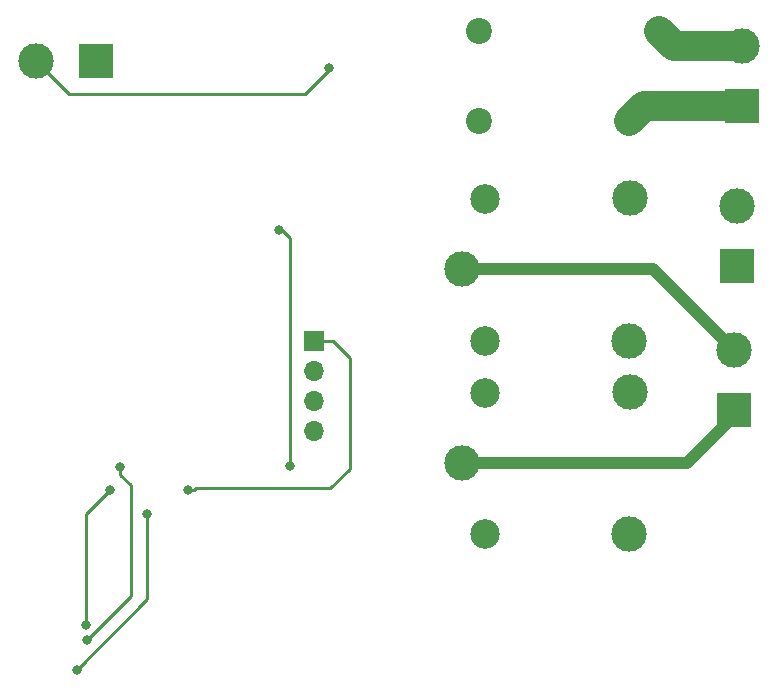
<source format=gbr>
G04 #@! TF.GenerationSoftware,KiCad,Pcbnew,5.0.1-33cea8e~68~ubuntu18.04.1*
G04 #@! TF.CreationDate,2018-11-29T09:05:56+01:00*
G04 #@! TF.ProjectId,Velux,56656C75782E6B696361645F70636200,rev?*
G04 #@! TF.SameCoordinates,Original*
G04 #@! TF.FileFunction,Copper,L2,Bot,Signal*
G04 #@! TF.FilePolarity,Positive*
%FSLAX46Y46*%
G04 Gerber Fmt 4.6, Leading zero omitted, Abs format (unit mm)*
G04 Created by KiCad (PCBNEW 5.0.1-33cea8e~68~ubuntu18.04.1) date jeu. 29 nov. 2018 09:05:56 CET*
%MOMM*%
%LPD*%
G01*
G04 APERTURE LIST*
G04 #@! TA.AperFunction,ComponentPad*
%ADD10R,3.000000X3.000000*%
G04 #@! TD*
G04 #@! TA.AperFunction,ComponentPad*
%ADD11C,3.000000*%
G04 #@! TD*
G04 #@! TA.AperFunction,ComponentPad*
%ADD12C,2.200000*%
G04 #@! TD*
G04 #@! TA.AperFunction,ComponentPad*
%ADD13C,2.500000*%
G04 #@! TD*
G04 #@! TA.AperFunction,ComponentPad*
%ADD14R,1.700000X1.700000*%
G04 #@! TD*
G04 #@! TA.AperFunction,ComponentPad*
%ADD15O,1.700000X1.700000*%
G04 #@! TD*
G04 #@! TA.AperFunction,ViaPad*
%ADD16C,0.800000*%
G04 #@! TD*
G04 #@! TA.AperFunction,Conductor*
%ADD17C,0.250000*%
G04 #@! TD*
G04 #@! TA.AperFunction,Conductor*
%ADD18C,2.500000*%
G04 #@! TD*
G04 #@! TA.AperFunction,Conductor*
%ADD19C,1.000000*%
G04 #@! TD*
G04 APERTURE END LIST*
D10*
G04 #@! TO.P,J1,1*
G04 #@! TO.N,/5V*
X140335000Y-49530000D03*
D11*
G04 #@! TO.P,J1,2*
G04 #@! TO.N,/GND*
X135255000Y-49530000D03*
G04 #@! TD*
D10*
G04 #@! TO.P,J2,1*
G04 #@! TO.N,Net-(J2-Pad1)*
X195000000Y-53340000D03*
D11*
G04 #@! TO.P,J2,2*
G04 #@! TO.N,Net-(J2-Pad2)*
X195000000Y-48260000D03*
G04 #@! TD*
G04 #@! TO.P,J3,2*
G04 #@! TO.N,Net-(J3-Pad2)*
X194310000Y-74041000D03*
D10*
G04 #@! TO.P,J3,1*
G04 #@! TO.N,Net-(J3-Pad1)*
X194310000Y-79121000D03*
G04 #@! TD*
G04 #@! TO.P,J4,1*
G04 #@! TO.N,/24+*
X194564000Y-66929000D03*
D11*
G04 #@! TO.P,J4,2*
G04 #@! TO.N,/24-*
X194564000Y-61849000D03*
G04 #@! TD*
D12*
G04 #@! TO.P,K1,3*
G04 #@! TO.N,Net-(J2-Pad2)*
X187960000Y-46990000D03*
G04 #@! TO.P,K1,4*
G04 #@! TO.N,Net-(J2-Pad1)*
X185420000Y-54610000D03*
G04 #@! TO.P,K1,2*
G04 #@! TO.N,/5V*
X172720000Y-46990000D03*
G04 #@! TO.P,K1,1*
G04 #@! TO.N,/OUT1*
X172720000Y-54610000D03*
G04 #@! TD*
D13*
G04 #@! TO.P,K2,2*
G04 #@! TO.N,/OUT3*
X173273000Y-89616000D03*
D11*
G04 #@! TO.P,K2,3*
G04 #@! TO.N,/24-*
X185473000Y-89616000D03*
G04 #@! TO.P,K2,4*
G04 #@! TO.N,/24+*
X185523000Y-77566000D03*
D13*
G04 #@! TO.P,K2,5*
G04 #@! TO.N,/5V*
X173273000Y-77616000D03*
D11*
G04 #@! TO.P,K2,1*
G04 #@! TO.N,Net-(J3-Pad1)*
X171323000Y-83566000D03*
G04 #@! TD*
G04 #@! TO.P,K3,1*
G04 #@! TO.N,Net-(J3-Pad2)*
X171323000Y-67183000D03*
D13*
G04 #@! TO.P,K3,5*
G04 #@! TO.N,/OUT2*
X173273000Y-61233000D03*
D11*
G04 #@! TO.P,K3,4*
G04 #@! TO.N,/24-*
X185523000Y-61183000D03*
G04 #@! TO.P,K3,3*
G04 #@! TO.N,/24+*
X185473000Y-73233000D03*
D13*
G04 #@! TO.P,K3,2*
G04 #@! TO.N,/5V*
X173273000Y-73233000D03*
G04 #@! TD*
D14*
G04 #@! TO.P,J5,1*
G04 #@! TO.N,/3V3*
X158750000Y-73279000D03*
D15*
G04 #@! TO.P,J5,2*
G04 #@! TO.N,/TXD*
X158750000Y-75819000D03*
G04 #@! TO.P,J5,3*
G04 #@! TO.N,/RXD*
X158750000Y-78359000D03*
G04 #@! TO.P,J5,4*
G04 #@! TO.N,/GND*
X158750000Y-80899000D03*
G04 #@! TD*
D16*
G04 #@! TO.N,/GND*
X160020000Y-50165000D03*
G04 #@! TO.N,/3V3*
X148082000Y-85852000D03*
G04 #@! TO.N,/SRCLK*
X141478000Y-85852000D03*
X139446000Y-97282000D03*
G04 #@! TO.N,/RCLK*
X139568347Y-98547347D03*
X142367000Y-83947000D03*
G04 #@! TO.N,/SER*
X138684000Y-101092000D03*
X144653000Y-87884000D03*
G04 #@! TO.N,/GPIO0*
X156718000Y-83820000D03*
X155829000Y-63881000D03*
G04 #@! TD*
D17*
G04 #@! TO.N,/GND*
X135255000Y-49530000D02*
X138049000Y-52324000D01*
X138049000Y-52324000D02*
X157988000Y-52324000D01*
X160020000Y-50292000D02*
X160020000Y-50165000D01*
X157988000Y-52324000D02*
X160020000Y-50292000D01*
G04 #@! TO.N,/3V3*
X148647685Y-85852000D02*
X148774685Y-85725000D01*
X148082000Y-85852000D02*
X148647685Y-85852000D01*
X148774685Y-85725000D02*
X160147000Y-85725000D01*
X160147000Y-85725000D02*
X161798000Y-84074000D01*
X161798000Y-84074000D02*
X161798000Y-74676000D01*
X160401000Y-73279000D02*
X158750000Y-73279000D01*
X161798000Y-74676000D02*
X160401000Y-73279000D01*
D18*
G04 #@! TO.N,Net-(J2-Pad1)*
X186690000Y-53340000D02*
X185420000Y-54610000D01*
X195000000Y-53340000D02*
X186690000Y-53340000D01*
G04 #@! TO.N,Net-(J2-Pad2)*
X189230000Y-48260000D02*
X187960000Y-46990000D01*
X195000000Y-48260000D02*
X189230000Y-48260000D01*
D19*
G04 #@! TO.N,Net-(J3-Pad2)*
X187452000Y-67183000D02*
X171323000Y-67183000D01*
X194310000Y-74041000D02*
X187452000Y-67183000D01*
G04 #@! TO.N,Net-(J3-Pad1)*
X173444320Y-83566000D02*
X171323000Y-83566000D01*
X190373000Y-83566000D02*
X173444320Y-83566000D01*
X194310000Y-79629000D02*
X190373000Y-83566000D01*
X194310000Y-79121000D02*
X194310000Y-79629000D01*
D17*
G04 #@! TO.N,/SRCLK*
X141478000Y-85852000D02*
X139446000Y-87884000D01*
X139446000Y-87884000D02*
X139446000Y-97282000D01*
G04 #@! TO.N,/RCLK*
X142367000Y-84582000D02*
X142367000Y-84512685D01*
X143256000Y-85471000D02*
X142367000Y-84582000D01*
X139568347Y-98547347D02*
X143256000Y-94859694D01*
X142367000Y-84512685D02*
X142367000Y-83947000D01*
X143256000Y-94859694D02*
X143256000Y-85471000D01*
G04 #@! TO.N,/SER*
X138684000Y-101092000D02*
X144653000Y-95123000D01*
X144653000Y-88449685D02*
X144653000Y-87884000D01*
X144653000Y-95123000D02*
X144653000Y-88449685D01*
G04 #@! TO.N,/GPIO0*
X156718000Y-83820000D02*
X156718000Y-64516000D01*
X156718000Y-64516000D02*
X156083000Y-63881000D01*
X156083000Y-63881000D02*
X155829000Y-63881000D01*
G04 #@! TD*
M02*

</source>
